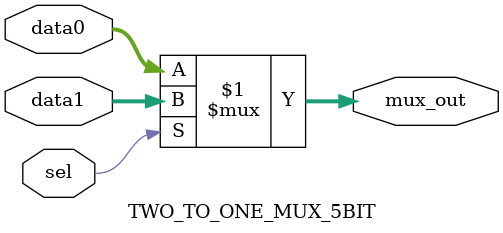
<source format=v>
module TWO_TO_ONE_MUX_5BIT (
    input  sel,     // Select input (control signal)
    input  [4:0] data0,  // Data input 0
    input  [4:0] data1,  // Data input 1
    output  [4:0] mux_out  // Mux output
);

	
			assign mux_out = sel ?  data1 : data0;

	
endmodule
</source>
